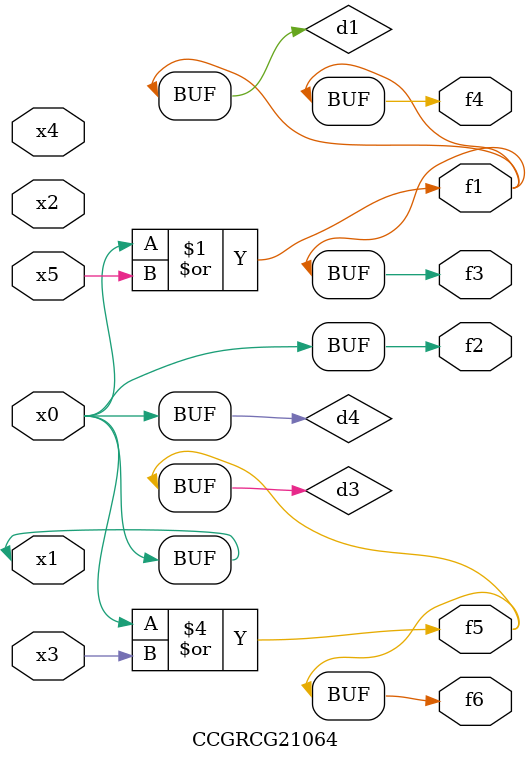
<source format=v>
module CCGRCG21064(
	input x0, x1, x2, x3, x4, x5,
	output f1, f2, f3, f4, f5, f6
);

	wire d1, d2, d3, d4;

	or (d1, x0, x5);
	xnor (d2, x1, x4);
	or (d3, x0, x3);
	buf (d4, x0, x1);
	assign f1 = d1;
	assign f2 = d4;
	assign f3 = d1;
	assign f4 = d1;
	assign f5 = d3;
	assign f6 = d3;
endmodule

</source>
